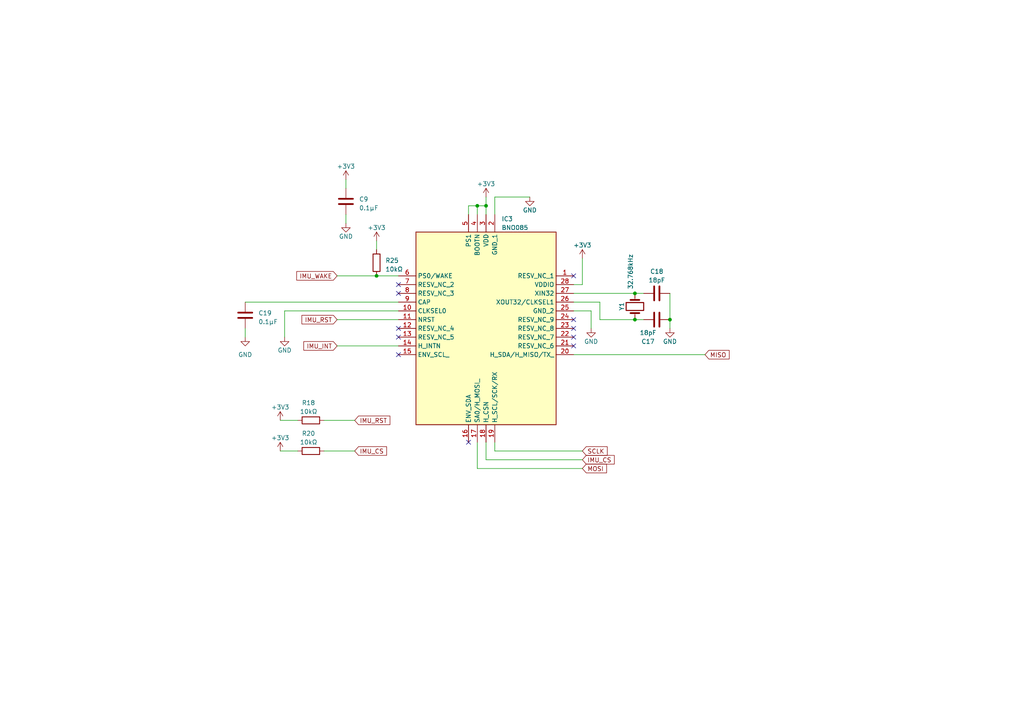
<source format=kicad_sch>
(kicad_sch (version 20250114) (generator "eeschema") (generator_version "9.0")
  (paper "A4")
  (lib_symbols
    (symbol "BNO085:BNO085"
      (property "Reference" "IC" (at 46.99 17.78 0))
      (property "Value" "BNO085" (at 46.99 15.24 0))
      (symbol "BNO085_1_1"
        (rectangle (start 5.08 12.7) (end 45.72 -43.18) (stroke (width 0.254)) (fill (type background)))
        (pin passive line (at 0 0 0) (length 5.08) (name "PS0/WAKE") (number "6"))
        (pin passive line (at 0 -2.54 0) (length 5.08) (name "RESV_NC_2") (number "7"))
        (pin passive line (at 0 -5.08 0) (length 5.08) (name "RESV_NC_3") (number "8"))
        (pin passive line (at 0 -7.62 0) (length 5.08) (name "CAP") (number "9"))
        (pin passive line (at 0 -10.16 0) (length 5.08) (name "CLKSEL0") (number "10"))
        (pin passive line (at 0 -12.7 0) (length 5.08) (name "NRST") (number "11"))
        (pin passive line (at 0 -15.24 0) (length 5.08) (name "RESV_NC_4") (number "12"))
        (pin passive line (at 0 -17.78 0) (length 5.08) (name "RESV_NC_5") (number "13"))
        (pin passive line (at 0 -20.32 0) (length 5.08) (name "H_INTN") (number "14"))
        (pin passive line (at 0 -22.86 0) (length 5.08) (name "ENV_SCL_") (number "15"))
        (pin passive line (at 20.32 17.78 270) (length 5.08) (name "PS1") (number "5"))
        (pin passive line (at 20.32 -48.26 90) (length 5.08) (name "ENV_SDA") (number "16"))
        (pin passive line (at 22.86 17.78 270) (length 5.08) (name "BOOTN") (number "4"))
        (pin passive line (at 22.86 -48.26 90) (length 5.08) (name "SA0/H_MOSI_") (number "17"))
        (pin passive line (at 25.4 17.78 270) (length 5.08) (name "VDD") (number "3"))
        (pin passive line (at 25.4 -48.26 90) (length 5.08) (name "H_CSN") (number "18"))
        (pin passive line (at 27.94 17.78 270) (length 5.08) (name "GND_1") (number "2"))
        (pin passive line (at 27.94 -48.26 90) (length 5.08) (name "H_SCL/SCK/RX") (number "19"))
        (pin passive line (at 50.8 0 180) (length 5.08) (name "RESV_NC_1") (number "1"))
        (pin passive line (at 50.8 -2.54 180) (length 5.08) (name "VDDIO") (number "28"))
        (pin passive line (at 50.8 -5.08 180) (length 5.08) (name "XIN32") (number "27"))
        (pin passive line (at 50.8 -7.62 180) (length 5.08) (name "XOUT32/CLKSEL1") (number "26"))
        (pin passive line (at 50.8 -10.16 180) (length 5.08) (name "GND_2") (number "25"))
        (pin passive line (at 50.8 -12.7 180) (length 5.08) (name "RESV_NC_9") (number "24"))
        (pin passive line (at 50.8 -15.24 180) (length 5.08) (name "RESV_NC_8") (number "23"))
        (pin passive line (at 50.8 -17.78 180) (length 5.08) (name "RESV_NC_7") (number "22"))
        (pin passive line (at 50.8 -20.32 180) (length 5.08) (name "RESV_NC_6") (number "21"))
        (pin passive line (at 50.8 -22.86 180) (length 5.08) (name "H_SDA/H_MISO/TX_") (number "20"))
      )
    )
    (symbol "Device:C" (pin_numbers (hide yes)) (pin_names (offset 0.254))
      (property "Reference" "C" (at 0.635 2.54 0))
      (property "Value" "C" (at 0.635 -2.54 0))
      (symbol "C_0_1"
        (polyline (pts (xy -2.032 0.762) (xy 2.032 0.762)) (stroke (width 0.508)))
        (polyline (pts (xy -2.032 -0.762) (xy 2.032 -0.762)) (stroke (width 0.508)))
      )
      (symbol "C_1_1"
        (pin passive line (at 0 3.81 270) (length 2.794) (name "~") (number "1"))
        (pin passive line (at 0 -3.81 90) (length 2.794) (name "~") (number "2"))
      )
    )
    (symbol "Device:Crystal" (pin_numbers (hide yes)) (pin_names (offset 1.016) (hide yes))
      (property "Reference" "Y" (at 0 3.81 0))
      (property "Value" "Crystal" (at 0 -3.81 0))
      (symbol "Crystal_0_1"
        (polyline (pts (xy -2.54 0) (xy -1.905 0)))
        (polyline (pts (xy -1.905 -1.27) (xy -1.905 1.27)) (stroke (width 0.508)))
        (rectangle (start -1.143 2.54) (end 1.143 -2.54) (stroke (width 0.3048)))
        (polyline (pts (xy 1.905 -1.27) (xy 1.905 1.27)) (stroke (width 0.508)))
        (polyline (pts (xy 2.54 0) (xy 1.905 0)))
      )
      (symbol "Crystal_1_1"
        (pin passive line (at -3.81 0 0) (length 1.27) (name "1") (number "1"))
        (pin passive line (at 3.81 0 180) (length 1.27) (name "2") (number "2"))
      )
    )
    (symbol "Device:R" (pin_numbers (hide yes)) (pin_names (offset 0))
      (property "Reference" "R" (at 2.032 0 90))
      (property "Value" "R" (at 0 0 90))
      (symbol "R_0_1"
        (rectangle (start -1.016 -2.54) (end 1.016 2.54) (stroke (width 0.254)))
      )
      (symbol "R_1_1"
        (pin passive line (at 0 3.81 270) (length 1.27) (name "~") (number "1"))
        (pin passive line (at 0 -3.81 90) (length 1.27) (name "~") (number "2"))
      )
    )
    (symbol "power:+3V3" (power) (pin_names (offset 0))
      (property "Value" "+3V3" (at 0 3.556 0))
      (symbol "+3V3_0_1"
        (polyline (pts (xy -0.762 1.27) (xy 0 2.54)))
        (polyline (pts (xy 0 2.54) (xy 0.762 1.27)))
        (polyline (pts (xy 0 0) (xy 0 2.54)))
      )
      (symbol "+3V3_1_1"
        (pin power_in line (at 0 0 90) (length 0) (hide yes) (name "+3V3") (number "1"))
      )
    )
    (symbol "power:GND" (power) (pin_names (offset 0))
      (property "Value" "GND" (at 0 -3.81 0))
      (symbol "GND_0_1"
        (polyline (pts (xy 0 0) (xy 0 -1.27) (xy 1.27 -1.27) (xy 0 -2.54) (xy -1.27 -1.27) (xy 0 -1.27)))
      )
      (symbol "GND_1_1"
        (pin power_in line (at 0 0 270) (length 0) (hide yes) (name "GND") (number "1"))
      )
    )
  )
  (junction (at 138.43 59.69))
  (junction (at 140.97 59.69))
  (junction (at 194.31 92.71))
  (junction (at 184.15 85.09))
  (junction (at 109.22 80.01))
  (junction (at 184.15 92.71))
  (no_connect (at 166.37 92.71))
  (no_connect (at 166.37 97.79))
  (no_connect (at 166.37 95.25))
  (no_connect (at 115.57 95.25))
  (no_connect (at 115.57 97.79))
  (no_connect (at 166.37 80.01))
  (no_connect (at 115.57 85.09))
  (no_connect (at 166.37 100.33))
  (no_connect (at 115.57 82.55))
  (no_connect (at 115.57 102.87))
  (no_connect (at 135.89 128.27))
  (wire (pts (xy 109.22 69.85) (xy 109.22 72.39)))
  (wire (pts (xy 140.97 57.15) (xy 140.97 59.69)))
  (wire (pts (xy 166.37 85.09) (xy 184.15 85.09)))
  (wire (pts (xy 166.37 90.17) (xy 171.45 90.17)))
  (wire (pts (xy 71.12 95.25) (xy 71.12 97.79)))
  (wire (pts (xy 166.37 82.55) (xy 168.91 82.55)))
  (wire (pts (xy 97.79 100.33) (xy 115.57 100.33)))
  (wire (pts (xy 143.51 130.81) (xy 168.91 130.81)))
  (wire (pts (xy 100.33 62.23) (xy 100.33 64.77)))
  (wire (pts (xy 71.12 87.63) (xy 115.57 87.63)))
  (wire (pts (xy 135.89 62.23) (xy 135.89 59.69)))
  (wire (pts (xy 97.79 92.71) (xy 115.57 92.71)))
  (wire (pts (xy 166.37 102.87) (xy 204.47 102.87)))
  (wire (pts (xy 194.31 92.71) (xy 194.31 95.25)))
  (wire (pts (xy 138.43 128.27) (xy 138.43 135.89)))
  (wire (pts (xy 140.97 128.27) (xy 140.97 133.35)))
  (wire (pts (xy 100.33 52.07) (xy 100.33 54.61)))
  (wire (pts (xy 140.97 133.35) (xy 168.91 133.35)))
  (wire (pts (xy 143.51 57.15) (xy 153.67 57.15)))
  (wire (pts (xy 97.79 80.01) (xy 109.22 80.01)))
  (wire (pts (xy 173.99 92.71) (xy 184.15 92.71)))
  (wire (pts (xy 138.43 59.69) (xy 140.97 59.69)))
  (wire (pts (xy 140.97 59.69) (xy 140.97 62.23)))
  (wire (pts (xy 109.22 80.01) (xy 115.57 80.01)))
  (wire (pts (xy 138.43 59.69) (xy 138.43 62.23)))
  (wire (pts (xy 168.91 74.93) (xy 168.91 82.55)))
  (wire (pts (xy 143.51 62.23) (xy 143.51 57.15)))
  (wire (pts (xy 115.57 90.17) (xy 82.55 90.17)))
  (wire (pts (xy 93.98 121.92) (xy 102.87 121.92)))
  (wire (pts (xy 93.98 130.81) (xy 102.87 130.81)))
  (wire (pts (xy 143.51 128.27) (xy 143.51 130.81)))
  (wire (pts (xy 184.15 92.71) (xy 186.69 92.71)))
  (wire (pts (xy 82.55 90.17) (xy 82.55 97.79)))
  (wire (pts (xy 184.15 85.09) (xy 186.69 85.09)))
  (wire (pts (xy 166.37 87.63) (xy 173.99 87.63)))
  (wire (pts (xy 81.28 121.92) (xy 86.36 121.92)))
  (wire (pts (xy 173.99 87.63) (xy 173.99 92.71)))
  (wire (pts (xy 138.43 135.89) (xy 168.91 135.89)))
  (wire (pts (xy 171.45 90.17) (xy 171.45 95.25)))
  (wire (pts (xy 135.89 59.69) (xy 138.43 59.69)))
  (wire (pts (xy 194.31 85.09) (xy 194.31 92.71)))
  (wire (pts (xy 81.28 130.81) (xy 86.36 130.81)))
  (global_label "IMU_INT" (shape input) (at 97.79 100.33 180) (property "Intersheetrefs" "${INTERSHEET_REFS}" (effects (hide yes))))
  (global_label "MISO" (shape input) (at 204.47 102.87 0) (property "Intersheetrefs" "${INTERSHEET_REFS}" (effects (hide yes))))
  (global_label "IMU_CS" (shape input) (at 168.91 133.35 0) (property "Intersheetrefs" "${INTERSHEET_REFS}" (effects (hide yes))))
  (global_label "MOSI" (shape input) (at 168.91 135.89 0) (property "Intersheetrefs" "${INTERSHEET_REFS}" (effects (hide yes))))
  (global_label "IMU_RST" (shape input) (at 97.79 92.71 180) (property "Intersheetrefs" "${INTERSHEET_REFS}" (effects (hide yes))))
  (global_label "IMU_CS" (shape input) (at 102.87 130.81 0) (property "Intersheetrefs" "${INTERSHEET_REFS}" (effects (hide yes))))
  (global_label "SCLK" (shape input) (at 168.91 130.81 0) (property "Intersheetrefs" "${INTERSHEET_REFS}" (effects (hide yes))))
  (global_label "IMU_WAKE" (shape input) (at 97.79 80.01 180) (property "Intersheetrefs" "${INTERSHEET_REFS}" (effects (hide yes))))
  (global_label "IMU_RST" (shape input) (at 102.87 121.92 0) (property "Intersheetrefs" "${INTERSHEET_REFS}" (effects (hide yes))))
  (symbol (lib_id "power:+3V3") (at 168.91 74.93 0) (unit 1)
    (property "Reference" "#PWR050" (effects (hide yes)))
    (property "Value" "+3V3" (at 168.91 71.12 0))
  )
  (symbol (lib_id "power:GND") (at 153.67 57.15 0) (unit 1)
    (property "Reference" "#PWR053" (effects (hide yes)))
    (property "Value" "GND" (at 153.67 60.96 0))
  )
  (symbol (lib_id "Device:C") (at 71.12 91.44 0) (unit 1)
    (property "Reference" "C19" (at 74.93 90.805 0) (effects (justify left)))
    (property "Value" "0.1µF" (at 74.93 93.345 0) (effects (justify left)))
    (property "Footprint" "Capacitor_SMD:C_0402_1005Metric" (effects (hide yes)))
  )
  (symbol (lib_id "power:GND") (at 82.55 97.79 0) (unit 1)
    (property "Reference" "#PWR056" (effects (hide yes)))
    (property "Value" "GND" (at 82.55 101.6 0))
  )
  (symbol (lib_id "power:+3V3") (at 100.33 52.07 0) (unit 1)
    (property "Reference" "#PWR023" (effects (hide yes)))
    (property "Value" "+3V3" (at 100.33 48.26 0))
  )
  (symbol (lib_id "power:GND") (at 194.31 95.25 0) (unit 1)
    (property "Reference" "#PWR051" (effects (hide yes)))
    (property "Value" "GND" (at 194.31 99.06 0))
  )
  (symbol (lib_id "power:+3V3") (at 81.28 130.81 0) (unit 1)
    (property "Reference" "#PWR081" (effects (hide yes)))
    (property "Value" "+3V3" (at 81.28 127 0))
  )
  (symbol (lib_id "Device:R") (at 109.22 76.2 0) (unit 1)
    (property "Reference" "R25" (at 111.76 75.565 0) (effects (justify left)))
    (property "Value" "10kΩ" (at 111.76 78.105 0) (effects (justify left)))
    (property "Footprint" "Resistor_SMD:R_0402_1005Metric" (effects (hide yes)))
  )
  (symbol (lib_id "power:GND") (at 71.12 97.79 0) (unit 1)
    (property "Reference" "#PWR055" (effects (hide yes)))
    (property "Value" "GND" (at 71.12 102.87 0))
  )
  (symbol (lib_id "power:GND") (at 100.33 64.77 0) (unit 1)
    (property "Reference" "#PWR024" (effects (hide yes)))
    (property "Value" "GND" (at 100.33 68.58 0))
  )
  (symbol (lib_id "Device:C") (at 100.33 58.42 0) (unit 1)
    (property "Reference" "C9" (at 104.14 57.785 0) (effects (justify left)))
    (property "Value" "0.1µF" (at 104.14 60.325 0) (effects (justify left)))
    (property "Footprint" "Capacitor_SMD:C_0402_1005Metric" (effects (hide yes)))
  )
  (symbol (lib_id "Device:R") (at 90.17 130.81 90) (unit 1)
    (property "Reference" "R20" (at 91.44 125.73 90) (effects (justify left)))
    (property "Value" "10kΩ" (at 92.075 128.27 90) (effects (justify left)))
    (property "Footprint" "Resistor_SMD:R_0402_1005Metric" (effects (hide yes)))
  )
  (symbol (lib_id "Device:R") (at 90.17 121.92 90) (unit 1)
    (property "Reference" "R18" (at 91.44 116.84 90) (effects (justify left)))
    (property "Value" "10kΩ" (at 92.075 119.38 90) (effects (justify left)))
    (property "Footprint" "Resistor_SMD:R_0402_1005Metric" (effects (hide yes)))
  )
  (symbol (lib_id "power:GND") (at 171.45 95.25 0) (unit 1)
    (property "Reference" "#PWR054" (effects (hide yes)))
    (property "Value" "GND" (at 171.45 99.06 0))
  )
  (symbol (lib_id "Device:C") (at 190.5 92.71 90) (mirror x) (unit 1)
    (property "Reference" "C17" (at 187.96 99.06 90))
    (property "Value" "18pF" (at 187.96 96.52 90))
    (property "Footprint" "Capacitor_SMD:C_0402_1005Metric" (effects (hide yes)))
  )
  (symbol (lib_id "power:+3V3") (at 81.28 121.92 0) (unit 1)
    (property "Reference" "#PWR079" (effects (hide yes)))
    (property "Value" "+3V3" (at 81.28 118.11 0))
  )
  (symbol (lib_id "Device:C") (at 190.5 85.09 90) (unit 1)
    (property "Reference" "C18" (at 190.5 78.74 90))
    (property "Value" "18pF" (at 190.5 81.28 90))
    (property "Footprint" "Capacitor_SMD:C_0402_1005Metric" (effects (hide yes)))
  )
  (symbol (lib_id "BNO085:BNO085") (at 115.57 80.01 0) (unit 1)
    (property "Reference" "IC3" (at 145.4659 63.5 0) (effects (justify left)))
    (property "Value" "BNO085" (at 145.4659 66.04 0) (effects (justify left)))
    (property "Footprint" "BNO085" (effects (hide yes)))
    (property "Datasheet" "https://www.ceva-dsp.com/wp-content/uploads/2019/10/BNO080_085-Datasheet.pdf" (effects (hide yes)))
    (property "Height" "1.18" (effects (hide yes)))
    (property "Manufacturer_Name" "CEVA" (effects (hide yes)))
    (property "Manufacturer_Part_Number" "BNO085" (effects (hide yes)))
    (property "Mouser Part Number" "526-BNO085" (effects (hide yes)))
    (property "Mouser Price/Stock" "https://www.mouser.co.uk/ProductDetail/CEVA/BNO085?qs=ulEaXIWI0c9BFVeZDQCmmQ%3D%3D" (effects (hide yes)))
  )
  (symbol (lib_id "power:+3V3") (at 140.97 57.15 0) (unit 1)
    (property "Reference" "#PWR052" (effects (hide yes)))
    (property "Value" "+3V3" (at 140.97 53.34 0))
  )
  (symbol (lib_id "Device:Crystal") (at 184.15 88.9 90) (unit 1)
    (property "Reference" "Y1" (at 180.34 87.63 0) (effects (justify right)))
    (property "Value" "32.768kHz" (at 182.88 73.66 0) (effects (justify right)))
    (property "Footprint" "ABS07-32.768KHZ-T:ABS07" (effects (hide yes)))
  )
  (symbol (lib_id "power:+3V3") (at 109.22 69.85 0) (unit 1)
    (property "Reference" "#PWR069" (effects (hide yes)))
    (property "Value" "+3V3" (at 109.22 66.04 0))
  )
)
</source>
